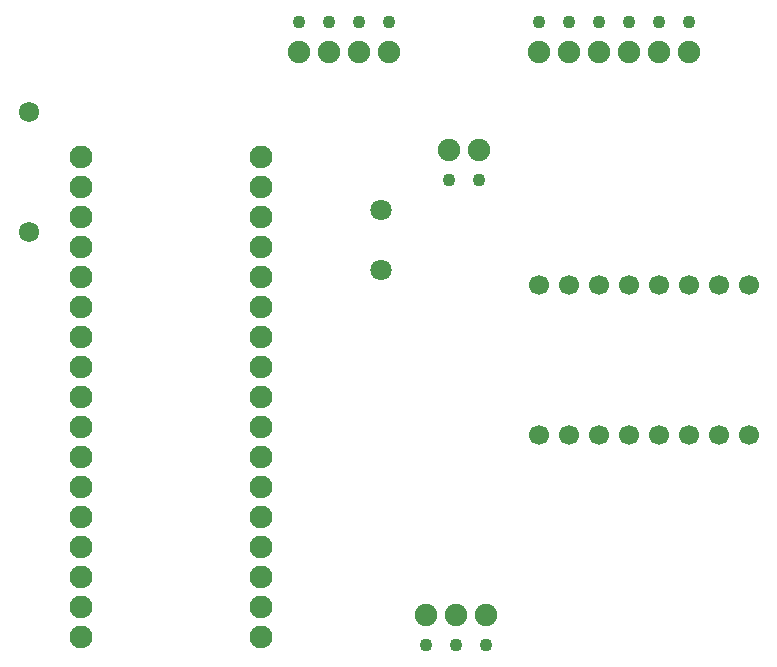
<source format=gbr>
%TF.GenerationSoftware,Novarm,DipTrace,3.2.0.1*%
%TF.CreationDate,2018-02-07T16:10:26+00:00*%
%FSLAX35Y35*%
%MOMM*%
%TF.FileFunction,Soldermask,Top*%
%TF.Part,Single*%
%ADD19C,1.8*%
%ADD23C,1.7*%
%ADD24C,1.9*%
%ADD29C,1.724*%
%ADD34C,1.9304*%
%ADD38C,1.1*%
G75*
G01*
%LPD*%
D19*
X4556000Y5127500D3*
Y5635500D3*
D24*
X7159500Y6969000D3*
X6905500D3*
X6651500D3*
D38*
X7159500Y7223000D3*
X6905500D3*
X6651500D3*
D24*
X6397500Y6969000D3*
X6143500D3*
X5889500D3*
D38*
X6397500Y7223000D3*
X6143500D3*
X5889500D3*
D24*
X4619500Y6969000D3*
X4365500D3*
D38*
X4619500Y7223000D3*
X4365500D3*
D24*
X5127500Y6143500D3*
X5381500D3*
D38*
X5127500Y5889500D3*
X5381500D3*
D24*
X4937000Y2206500D3*
X5191000D3*
X5445000D3*
D38*
X4937000Y1952500D3*
X5191000D3*
X5445000D3*
D24*
X4111500Y6969000D3*
X3857500D3*
D38*
X4111500Y7223000D3*
X3857500D3*
D29*
X1571500Y6461000D3*
Y5445000D3*
D34*
X3540000Y6080000D3*
Y5826000D3*
Y5572000D3*
Y5318000D3*
Y5064000D3*
Y4810000D3*
Y4556000D3*
Y4302000D3*
Y4048000D3*
Y3794000D3*
Y3540000D3*
X2016000Y2778000D3*
Y3032000D3*
X3540000Y2778000D3*
Y2524000D3*
Y2270000D3*
Y2016000D3*
X2016000D3*
Y2270000D3*
Y2524000D3*
X3540000Y3286000D3*
Y3032000D3*
X2016000Y3286000D3*
Y3540000D3*
Y3794000D3*
Y4048000D3*
Y4302000D3*
Y4556000D3*
Y4810000D3*
Y5064000D3*
Y5318000D3*
Y5572000D3*
Y5826000D3*
Y6080000D3*
D23*
X5889500Y3730500D3*
X6143500D3*
X6397500D3*
X6651500D3*
X6905500D3*
X7159500D3*
X7413500D3*
X7667500D3*
X5889500Y5000500D3*
X6143500D3*
X6397500D3*
X6651500D3*
X6905500D3*
X7159500D3*
X7413500D3*
X7667500D3*
M02*

</source>
